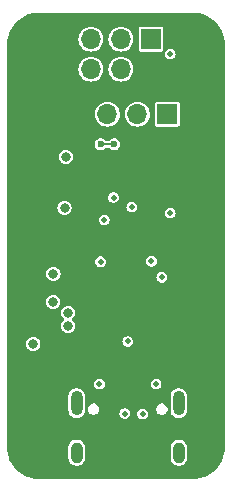
<source format=gbr>
%TF.GenerationSoftware,KiCad,Pcbnew,8.0.7*%
%TF.CreationDate,2024-12-24T16:41:45+01:00*%
%TF.ProjectId,USB2UART_PROG,55534232-5541-4525-945f-50524f472e6b,rev?*%
%TF.SameCoordinates,Original*%
%TF.FileFunction,Copper,L2,Inr*%
%TF.FilePolarity,Positive*%
%FSLAX46Y46*%
G04 Gerber Fmt 4.6, Leading zero omitted, Abs format (unit mm)*
G04 Created by KiCad (PCBNEW 8.0.7) date 2024-12-24 16:41:45*
%MOMM*%
%LPD*%
G01*
G04 APERTURE LIST*
%TA.AperFunction,ComponentPad*%
%ADD10R,1.700000X1.700000*%
%TD*%
%TA.AperFunction,ComponentPad*%
%ADD11O,1.700000X1.700000*%
%TD*%
%TA.AperFunction,ComponentPad*%
%ADD12O,1.000000X2.100000*%
%TD*%
%TA.AperFunction,ComponentPad*%
%ADD13O,1.000000X1.800000*%
%TD*%
%TA.AperFunction,ViaPad*%
%ADD14C,0.500000*%
%TD*%
%TA.AperFunction,ViaPad*%
%ADD15C,0.800000*%
%TD*%
%TA.AperFunction,ViaPad*%
%ADD16C,0.600000*%
%TD*%
%TA.AperFunction,Conductor*%
%ADD17C,0.200000*%
%TD*%
G04 APERTURE END LIST*
D10*
%TO.N,+5V*%
%TO.C,J2*%
X141849000Y-69850000D03*
D11*
%TO.N,/RXD*%
X139309000Y-69850000D03*
%TO.N,/TXD*%
X136769000Y-69850000D03*
%TO.N,GND*%
X134229000Y-69850000D03*
%TD*%
D10*
%TO.N,Net-(J3-Pin_1)*%
%TO.C,J3*%
X140462000Y-63500000D03*
D11*
%TO.N,GND*%
X140462000Y-66040000D03*
%TO.N,+3V3*%
X137922000Y-63500000D03*
X137922000Y-66040000D03*
%TO.N,/TXD*%
X135382000Y-63500000D03*
%TO.N,/RXD*%
X135382000Y-66040000D03*
%TD*%
D12*
%TO.N,Net-(J1-SHELL_GND)*%
%TO.C,J1*%
X134180000Y-94320000D03*
X142820000Y-94320000D03*
D13*
X134180000Y-98500000D03*
X142820000Y-98500000D03*
%TD*%
D14*
%TO.N,GND*%
X144576800Y-79095600D03*
X145288000Y-70916800D03*
X144576800Y-80670400D03*
D15*
X138500000Y-80387500D03*
D14*
X143560800Y-91338400D03*
X136702800Y-91186000D03*
D15*
X129082800Y-77368400D03*
D14*
X145288000Y-98094800D03*
D15*
X129895600Y-85648800D03*
X134924800Y-79095600D03*
D14*
X138500000Y-90800000D03*
X129082800Y-82346800D03*
X140157200Y-78435200D03*
D15*
X129082800Y-73914000D03*
D14*
X130962400Y-95351600D03*
X136194800Y-88646000D03*
X132384800Y-99161600D03*
X141732000Y-92760800D03*
X141782800Y-85496400D03*
X140766800Y-88595200D03*
X134721600Y-92952800D03*
X130860800Y-99110800D03*
X144526000Y-82245200D03*
%TO.N,+5V*%
X138500000Y-89100000D03*
D15*
X130505200Y-89306400D03*
X133451600Y-87782400D03*
D14*
X142087600Y-78232000D03*
D15*
X133451600Y-86664800D03*
D14*
%TO.N,Net-(U1-3V3OUT)*%
X140500000Y-82300000D03*
X136500000Y-78800000D03*
%TO.N,/VBUS*%
X136100000Y-92700000D03*
X140900000Y-92700000D03*
D15*
%TO.N,+3V3*%
X133146800Y-77774800D03*
X132181600Y-85750400D03*
D14*
X142087600Y-64770000D03*
D15*
X132200000Y-83362800D03*
X133248400Y-73456800D03*
D16*
%TO.N,/RXD*%
X137346500Y-72390000D03*
X136191500Y-72390000D03*
D14*
%TO.N,Net-(U1-CBUS2)*%
X136194800Y-82346800D03*
X137296500Y-76911200D03*
%TO.N,Net-(U1-CBUS3)*%
X138836400Y-77724000D03*
X141376400Y-83667600D03*
%TO.N,/D_P*%
X138250000Y-95200000D03*
X139750000Y-95250000D03*
%TD*%
D17*
%TO.N,/RXD*%
X136191500Y-72390000D02*
X137346500Y-72390000D01*
%TD*%
%TA.AperFunction,Conductor*%
%TO.N,GND*%
G36*
X144002777Y-61250655D02*
G01*
X144302297Y-61267476D01*
X144313324Y-61268718D01*
X144606350Y-61318506D01*
X144617144Y-61320969D01*
X144902765Y-61403255D01*
X144913236Y-61406919D01*
X145066540Y-61470420D01*
X145187828Y-61520659D01*
X145197830Y-61525476D01*
X145457953Y-61669241D01*
X145467353Y-61675147D01*
X145709750Y-61847136D01*
X145718427Y-61854056D01*
X145940052Y-62052112D01*
X145947887Y-62059947D01*
X146145941Y-62281569D01*
X146152863Y-62290249D01*
X146324852Y-62532646D01*
X146330758Y-62542046D01*
X146474523Y-62802169D01*
X146479340Y-62812171D01*
X146593078Y-63086759D01*
X146596745Y-63097238D01*
X146679026Y-63382840D01*
X146681496Y-63393664D01*
X146731280Y-63686673D01*
X146732523Y-63697705D01*
X146749344Y-63997222D01*
X146749500Y-64002773D01*
X146749500Y-97997226D01*
X146749344Y-98002777D01*
X146732523Y-98302294D01*
X146731280Y-98313326D01*
X146681496Y-98606335D01*
X146679026Y-98617159D01*
X146596745Y-98902761D01*
X146593078Y-98913240D01*
X146479340Y-99187828D01*
X146474523Y-99197830D01*
X146330758Y-99457953D01*
X146324852Y-99467353D01*
X146152863Y-99709750D01*
X146145941Y-99718430D01*
X145947895Y-99940044D01*
X145940044Y-99947895D01*
X145718430Y-100145941D01*
X145709750Y-100152863D01*
X145467353Y-100324852D01*
X145457953Y-100330758D01*
X145197830Y-100474523D01*
X145187828Y-100479340D01*
X144913240Y-100593078D01*
X144902761Y-100596745D01*
X144617159Y-100679026D01*
X144606335Y-100681496D01*
X144313326Y-100731280D01*
X144302294Y-100732523D01*
X144002778Y-100749344D01*
X143997227Y-100749500D01*
X131002773Y-100749500D01*
X130997222Y-100749344D01*
X130697705Y-100732523D01*
X130686673Y-100731280D01*
X130393664Y-100681496D01*
X130382840Y-100679026D01*
X130097238Y-100596745D01*
X130086759Y-100593078D01*
X129812171Y-100479340D01*
X129802169Y-100474523D01*
X129542046Y-100330758D01*
X129532646Y-100324852D01*
X129290249Y-100152863D01*
X129281569Y-100145941D01*
X129172435Y-100048413D01*
X129059947Y-99947887D01*
X129052112Y-99940052D01*
X128854056Y-99718427D01*
X128847136Y-99709750D01*
X128675147Y-99467353D01*
X128669241Y-99457953D01*
X128525476Y-99197830D01*
X128520659Y-99187828D01*
X128486072Y-99104327D01*
X128406919Y-98913236D01*
X128403254Y-98902761D01*
X128320969Y-98617144D01*
X128318506Y-98606350D01*
X128268718Y-98313324D01*
X128267476Y-98302294D01*
X128260066Y-98170351D01*
X128252241Y-98031004D01*
X133479500Y-98031004D01*
X133479500Y-98968995D01*
X133506420Y-99104327D01*
X133506420Y-99104329D01*
X133559222Y-99231806D01*
X133559228Y-99231817D01*
X133635885Y-99346541D01*
X133733458Y-99444114D01*
X133848182Y-99520771D01*
X133848193Y-99520777D01*
X133895283Y-99540282D01*
X133975672Y-99573580D01*
X134111007Y-99600500D01*
X134111008Y-99600500D01*
X134248992Y-99600500D01*
X134248993Y-99600500D01*
X134384328Y-99573580D01*
X134511811Y-99520775D01*
X134626542Y-99444114D01*
X134724114Y-99346542D01*
X134800775Y-99231811D01*
X134853580Y-99104328D01*
X134880500Y-98968993D01*
X134880500Y-98031007D01*
X134880499Y-98031004D01*
X142119500Y-98031004D01*
X142119500Y-98968995D01*
X142146420Y-99104327D01*
X142146420Y-99104329D01*
X142199222Y-99231806D01*
X142199228Y-99231817D01*
X142275885Y-99346541D01*
X142373458Y-99444114D01*
X142488182Y-99520771D01*
X142488193Y-99520777D01*
X142535283Y-99540282D01*
X142615672Y-99573580D01*
X142751007Y-99600500D01*
X142751008Y-99600500D01*
X142888992Y-99600500D01*
X142888993Y-99600500D01*
X143024328Y-99573580D01*
X143151811Y-99520775D01*
X143266542Y-99444114D01*
X143364114Y-99346542D01*
X143440775Y-99231811D01*
X143493580Y-99104328D01*
X143520500Y-98968993D01*
X143520500Y-98031007D01*
X143493580Y-97895672D01*
X143440775Y-97768189D01*
X143440774Y-97768187D01*
X143440771Y-97768182D01*
X143364114Y-97653458D01*
X143266541Y-97555885D01*
X143151817Y-97479228D01*
X143151806Y-97479222D01*
X143024328Y-97426420D01*
X142888995Y-97399500D01*
X142888993Y-97399500D01*
X142751007Y-97399500D01*
X142751004Y-97399500D01*
X142615672Y-97426420D01*
X142615670Y-97426420D01*
X142488193Y-97479222D01*
X142488182Y-97479228D01*
X142373458Y-97555885D01*
X142275885Y-97653458D01*
X142199228Y-97768182D01*
X142199222Y-97768193D01*
X142146420Y-97895670D01*
X142146420Y-97895672D01*
X142119500Y-98031004D01*
X134880499Y-98031004D01*
X134853580Y-97895672D01*
X134800775Y-97768189D01*
X134800774Y-97768187D01*
X134800771Y-97768182D01*
X134724114Y-97653458D01*
X134626541Y-97555885D01*
X134511817Y-97479228D01*
X134511806Y-97479222D01*
X134384328Y-97426420D01*
X134248995Y-97399500D01*
X134248993Y-97399500D01*
X134111007Y-97399500D01*
X134111004Y-97399500D01*
X133975672Y-97426420D01*
X133975670Y-97426420D01*
X133848193Y-97479222D01*
X133848182Y-97479228D01*
X133733458Y-97555885D01*
X133635885Y-97653458D01*
X133559228Y-97768182D01*
X133559222Y-97768193D01*
X133506420Y-97895670D01*
X133506420Y-97895672D01*
X133479500Y-98031004D01*
X128252241Y-98031004D01*
X128250656Y-98002777D01*
X128250500Y-97997226D01*
X128250500Y-93701004D01*
X133479500Y-93701004D01*
X133479500Y-94938995D01*
X133506420Y-95074327D01*
X133506420Y-95074329D01*
X133559222Y-95201806D01*
X133559228Y-95201817D01*
X133635885Y-95316541D01*
X133733458Y-95414114D01*
X133848182Y-95490771D01*
X133848193Y-95490777D01*
X133860955Y-95496063D01*
X133975672Y-95543580D01*
X134111007Y-95570500D01*
X134111008Y-95570500D01*
X134248992Y-95570500D01*
X134248993Y-95570500D01*
X134384328Y-95543580D01*
X134511811Y-95490775D01*
X134626542Y-95414114D01*
X134724114Y-95316542D01*
X134800775Y-95201811D01*
X134853580Y-95074328D01*
X134880500Y-94938993D01*
X134880500Y-94757399D01*
X135134500Y-94757399D01*
X135134500Y-94882601D01*
X135166905Y-95003536D01*
X135229505Y-95111964D01*
X135318036Y-95200495D01*
X135426464Y-95263095D01*
X135547399Y-95295500D01*
X135547401Y-95295500D01*
X135672599Y-95295500D01*
X135672601Y-95295500D01*
X135793536Y-95263095D01*
X135901964Y-95200495D01*
X135902462Y-95199997D01*
X137794867Y-95199997D01*
X137794867Y-95200002D01*
X137813302Y-95328225D01*
X137852527Y-95414114D01*
X137867118Y-95446063D01*
X137910441Y-95496061D01*
X137951952Y-95543968D01*
X138029754Y-95593968D01*
X138060931Y-95614004D01*
X138185228Y-95650500D01*
X138185230Y-95650500D01*
X138314770Y-95650500D01*
X138314772Y-95650500D01*
X138439069Y-95614004D01*
X138548049Y-95543967D01*
X138632882Y-95446063D01*
X138686697Y-95328226D01*
X138697945Y-95249997D01*
X139294867Y-95249997D01*
X139294867Y-95250002D01*
X139313302Y-95378225D01*
X139344283Y-95446063D01*
X139367118Y-95496063D01*
X139431616Y-95570499D01*
X139451952Y-95593968D01*
X139539918Y-95650500D01*
X139560931Y-95664004D01*
X139685228Y-95700500D01*
X139685230Y-95700500D01*
X139814770Y-95700500D01*
X139814772Y-95700500D01*
X139939069Y-95664004D01*
X140048049Y-95593967D01*
X140132882Y-95496063D01*
X140186697Y-95378226D01*
X140203250Y-95263095D01*
X140205133Y-95250002D01*
X140205133Y-95249997D01*
X140186697Y-95121774D01*
X140132882Y-95003938D01*
X140132882Y-95003937D01*
X140048049Y-94906033D01*
X140048048Y-94906032D01*
X140048047Y-94906031D01*
X139939073Y-94835998D01*
X139939070Y-94835996D01*
X139939069Y-94835996D01*
X139939066Y-94835995D01*
X139814774Y-94799500D01*
X139814772Y-94799500D01*
X139685228Y-94799500D01*
X139685225Y-94799500D01*
X139560933Y-94835995D01*
X139560926Y-94835998D01*
X139451952Y-94906031D01*
X139367117Y-95003938D01*
X139313302Y-95121774D01*
X139294867Y-95249997D01*
X138697945Y-95249997D01*
X138704873Y-95201811D01*
X138705133Y-95200002D01*
X138705133Y-95199997D01*
X138686697Y-95071774D01*
X138655717Y-95003938D01*
X138632882Y-94953937D01*
X138548049Y-94856033D01*
X138548048Y-94856032D01*
X138548047Y-94856031D01*
X138439073Y-94785998D01*
X138439070Y-94785996D01*
X138439069Y-94785996D01*
X138439066Y-94785995D01*
X138341676Y-94757399D01*
X140914500Y-94757399D01*
X140914500Y-94882601D01*
X140946905Y-95003536D01*
X141009505Y-95111964D01*
X141098036Y-95200495D01*
X141206464Y-95263095D01*
X141327399Y-95295500D01*
X141327401Y-95295500D01*
X141452599Y-95295500D01*
X141452601Y-95295500D01*
X141573536Y-95263095D01*
X141681964Y-95200495D01*
X141770495Y-95111964D01*
X141833095Y-95003536D01*
X141865500Y-94882601D01*
X141865500Y-94757399D01*
X141833095Y-94636464D01*
X141770495Y-94528036D01*
X141681964Y-94439505D01*
X141573536Y-94376905D01*
X141452601Y-94344500D01*
X141327399Y-94344500D01*
X141246775Y-94366103D01*
X141206463Y-94376905D01*
X141098036Y-94439505D01*
X141009505Y-94528036D01*
X140946905Y-94636463D01*
X140946905Y-94636464D01*
X140914500Y-94757399D01*
X138341676Y-94757399D01*
X138314774Y-94749500D01*
X138314772Y-94749500D01*
X138185228Y-94749500D01*
X138185225Y-94749500D01*
X138060933Y-94785995D01*
X138060926Y-94785998D01*
X137951952Y-94856031D01*
X137867117Y-94953938D01*
X137813302Y-95071774D01*
X137794867Y-95199997D01*
X135902462Y-95199997D01*
X135990495Y-95111964D01*
X136053095Y-95003536D01*
X136085500Y-94882601D01*
X136085500Y-94757399D01*
X136053095Y-94636464D01*
X135990495Y-94528036D01*
X135901964Y-94439505D01*
X135793536Y-94376905D01*
X135672601Y-94344500D01*
X135547399Y-94344500D01*
X135466775Y-94366103D01*
X135426463Y-94376905D01*
X135318036Y-94439505D01*
X135229505Y-94528036D01*
X135166905Y-94636463D01*
X135166905Y-94636464D01*
X135134500Y-94757399D01*
X134880500Y-94757399D01*
X134880500Y-93701007D01*
X134880499Y-93701004D01*
X142119500Y-93701004D01*
X142119500Y-94938995D01*
X142146420Y-95074327D01*
X142146420Y-95074329D01*
X142199222Y-95201806D01*
X142199228Y-95201817D01*
X142275885Y-95316541D01*
X142373458Y-95414114D01*
X142488182Y-95490771D01*
X142488193Y-95490777D01*
X142500955Y-95496063D01*
X142615672Y-95543580D01*
X142751007Y-95570500D01*
X142751008Y-95570500D01*
X142888992Y-95570500D01*
X142888993Y-95570500D01*
X143024328Y-95543580D01*
X143151811Y-95490775D01*
X143266542Y-95414114D01*
X143364114Y-95316542D01*
X143440775Y-95201811D01*
X143493580Y-95074328D01*
X143520500Y-94938993D01*
X143520500Y-93701007D01*
X143493580Y-93565672D01*
X143440775Y-93438189D01*
X143440774Y-93438187D01*
X143440771Y-93438182D01*
X143364114Y-93323458D01*
X143266541Y-93225885D01*
X143151817Y-93149228D01*
X143151806Y-93149222D01*
X143024328Y-93096420D01*
X142888995Y-93069500D01*
X142888993Y-93069500D01*
X142751007Y-93069500D01*
X142751004Y-93069500D01*
X142615672Y-93096420D01*
X142615670Y-93096420D01*
X142488193Y-93149222D01*
X142488182Y-93149228D01*
X142373458Y-93225885D01*
X142275885Y-93323458D01*
X142199228Y-93438182D01*
X142199222Y-93438193D01*
X142146420Y-93565670D01*
X142146420Y-93565672D01*
X142119500Y-93701004D01*
X134880499Y-93701004D01*
X134853580Y-93565672D01*
X134800775Y-93438189D01*
X134800774Y-93438187D01*
X134800771Y-93438182D01*
X134724114Y-93323458D01*
X134626541Y-93225885D01*
X134511817Y-93149228D01*
X134511806Y-93149222D01*
X134384328Y-93096420D01*
X134248995Y-93069500D01*
X134248993Y-93069500D01*
X134111007Y-93069500D01*
X134111004Y-93069500D01*
X133975672Y-93096420D01*
X133975670Y-93096420D01*
X133848193Y-93149222D01*
X133848182Y-93149228D01*
X133733458Y-93225885D01*
X133635885Y-93323458D01*
X133559228Y-93438182D01*
X133559222Y-93438193D01*
X133506420Y-93565670D01*
X133506420Y-93565672D01*
X133479500Y-93701004D01*
X128250500Y-93701004D01*
X128250500Y-92699997D01*
X135644867Y-92699997D01*
X135644867Y-92700002D01*
X135663302Y-92828225D01*
X135717117Y-92946061D01*
X135717118Y-92946063D01*
X135801951Y-93043967D01*
X135801952Y-93043968D01*
X135910926Y-93114001D01*
X135910931Y-93114004D01*
X136035228Y-93150500D01*
X136035230Y-93150500D01*
X136164770Y-93150500D01*
X136164772Y-93150500D01*
X136289069Y-93114004D01*
X136398049Y-93043967D01*
X136482882Y-92946063D01*
X136536697Y-92828226D01*
X136555133Y-92700000D01*
X136555133Y-92699997D01*
X140444867Y-92699997D01*
X140444867Y-92700002D01*
X140463302Y-92828225D01*
X140517117Y-92946061D01*
X140517118Y-92946063D01*
X140601951Y-93043967D01*
X140601952Y-93043968D01*
X140710926Y-93114001D01*
X140710931Y-93114004D01*
X140835228Y-93150500D01*
X140835230Y-93150500D01*
X140964770Y-93150500D01*
X140964772Y-93150500D01*
X141089069Y-93114004D01*
X141198049Y-93043967D01*
X141282882Y-92946063D01*
X141336697Y-92828226D01*
X141355133Y-92700000D01*
X141336697Y-92571774D01*
X141282882Y-92453937D01*
X141198049Y-92356033D01*
X141198048Y-92356032D01*
X141198047Y-92356031D01*
X141089073Y-92285998D01*
X141089070Y-92285996D01*
X141089069Y-92285996D01*
X141089066Y-92285995D01*
X140964774Y-92249500D01*
X140964772Y-92249500D01*
X140835228Y-92249500D01*
X140835225Y-92249500D01*
X140710933Y-92285995D01*
X140710926Y-92285998D01*
X140601952Y-92356031D01*
X140517117Y-92453938D01*
X140463302Y-92571774D01*
X140444867Y-92699997D01*
X136555133Y-92699997D01*
X136536697Y-92571774D01*
X136482882Y-92453937D01*
X136398049Y-92356033D01*
X136398048Y-92356032D01*
X136398047Y-92356031D01*
X136289073Y-92285998D01*
X136289070Y-92285996D01*
X136289069Y-92285996D01*
X136289066Y-92285995D01*
X136164774Y-92249500D01*
X136164772Y-92249500D01*
X136035228Y-92249500D01*
X136035225Y-92249500D01*
X135910933Y-92285995D01*
X135910926Y-92285998D01*
X135801952Y-92356031D01*
X135717117Y-92453938D01*
X135663302Y-92571774D01*
X135644867Y-92699997D01*
X128250500Y-92699997D01*
X128250500Y-89306399D01*
X129899518Y-89306399D01*
X129899518Y-89306400D01*
X129920155Y-89463158D01*
X129920157Y-89463166D01*
X129980662Y-89609238D01*
X129980662Y-89609239D01*
X129980664Y-89609241D01*
X130076918Y-89734682D01*
X130202359Y-89830936D01*
X130348438Y-89891444D01*
X130466009Y-89906922D01*
X130505199Y-89912082D01*
X130505200Y-89912082D01*
X130505201Y-89912082D01*
X130536552Y-89907954D01*
X130661962Y-89891444D01*
X130808041Y-89830936D01*
X130933482Y-89734682D01*
X131029736Y-89609241D01*
X131090244Y-89463162D01*
X131110882Y-89306400D01*
X131090244Y-89149638D01*
X131069682Y-89099997D01*
X138044867Y-89099997D01*
X138044867Y-89100002D01*
X138063302Y-89228225D01*
X138099004Y-89306399D01*
X138117118Y-89346063D01*
X138201951Y-89443967D01*
X138201952Y-89443968D01*
X138231819Y-89463162D01*
X138310931Y-89514004D01*
X138435228Y-89550500D01*
X138435230Y-89550500D01*
X138564770Y-89550500D01*
X138564772Y-89550500D01*
X138689069Y-89514004D01*
X138798049Y-89443967D01*
X138882882Y-89346063D01*
X138936697Y-89228226D01*
X138955133Y-89100000D01*
X138936697Y-88971774D01*
X138882882Y-88853937D01*
X138798049Y-88756033D01*
X138798048Y-88756032D01*
X138798047Y-88756031D01*
X138689073Y-88685998D01*
X138689070Y-88685996D01*
X138689069Y-88685996D01*
X138689066Y-88685995D01*
X138564774Y-88649500D01*
X138564772Y-88649500D01*
X138435228Y-88649500D01*
X138435225Y-88649500D01*
X138310933Y-88685995D01*
X138310926Y-88685998D01*
X138201952Y-88756031D01*
X138117117Y-88853938D01*
X138063302Y-88971774D01*
X138044867Y-89099997D01*
X131069682Y-89099997D01*
X131029737Y-89003561D01*
X131029737Y-89003560D01*
X130933486Y-88878123D01*
X130933485Y-88878122D01*
X130933482Y-88878118D01*
X130933477Y-88878114D01*
X130933476Y-88878113D01*
X130808038Y-88781862D01*
X130661966Y-88721357D01*
X130661958Y-88721355D01*
X130505201Y-88700718D01*
X130505199Y-88700718D01*
X130348441Y-88721355D01*
X130348433Y-88721357D01*
X130202361Y-88781862D01*
X130202360Y-88781862D01*
X130076923Y-88878113D01*
X130076913Y-88878123D01*
X129980662Y-89003560D01*
X129980662Y-89003561D01*
X129920157Y-89149633D01*
X129920155Y-89149641D01*
X129899518Y-89306399D01*
X128250500Y-89306399D01*
X128250500Y-86664799D01*
X132845918Y-86664799D01*
X132845918Y-86664800D01*
X132866555Y-86821558D01*
X132866557Y-86821566D01*
X132927062Y-86967638D01*
X132927062Y-86967639D01*
X132927064Y-86967641D01*
X133023318Y-87093082D01*
X133023322Y-87093085D01*
X133023323Y-87093086D01*
X133091054Y-87145058D01*
X133125710Y-87195483D01*
X133124108Y-87256647D01*
X133091054Y-87302142D01*
X133023323Y-87354113D01*
X133023313Y-87354123D01*
X132927062Y-87479560D01*
X132927062Y-87479561D01*
X132866557Y-87625633D01*
X132866555Y-87625641D01*
X132845918Y-87782399D01*
X132845918Y-87782400D01*
X132866555Y-87939158D01*
X132866557Y-87939166D01*
X132927062Y-88085238D01*
X132927062Y-88085239D01*
X132927064Y-88085241D01*
X133023318Y-88210682D01*
X133148759Y-88306936D01*
X133294838Y-88367444D01*
X133412409Y-88382922D01*
X133451599Y-88388082D01*
X133451600Y-88388082D01*
X133451601Y-88388082D01*
X133482952Y-88383954D01*
X133608362Y-88367444D01*
X133754441Y-88306936D01*
X133879882Y-88210682D01*
X133976136Y-88085241D01*
X134036644Y-87939162D01*
X134057282Y-87782400D01*
X134036644Y-87625638D01*
X133976137Y-87479561D01*
X133976137Y-87479560D01*
X133879886Y-87354123D01*
X133879885Y-87354122D01*
X133879882Y-87354118D01*
X133879875Y-87354113D01*
X133812145Y-87302142D01*
X133777489Y-87251718D01*
X133779090Y-87190554D01*
X133812145Y-87145058D01*
X133879882Y-87093082D01*
X133976136Y-86967641D01*
X134036644Y-86821562D01*
X134057282Y-86664800D01*
X134036644Y-86508038D01*
X133976137Y-86361961D01*
X133976137Y-86361960D01*
X133879886Y-86236523D01*
X133879885Y-86236522D01*
X133879882Y-86236518D01*
X133879877Y-86236514D01*
X133879876Y-86236513D01*
X133754438Y-86140262D01*
X133608366Y-86079757D01*
X133608358Y-86079755D01*
X133451601Y-86059118D01*
X133451599Y-86059118D01*
X133294841Y-86079755D01*
X133294833Y-86079757D01*
X133148761Y-86140262D01*
X133148760Y-86140262D01*
X133023323Y-86236513D01*
X133023313Y-86236523D01*
X132927062Y-86361960D01*
X132927062Y-86361961D01*
X132866557Y-86508033D01*
X132866555Y-86508041D01*
X132845918Y-86664799D01*
X128250500Y-86664799D01*
X128250500Y-85750399D01*
X131575918Y-85750399D01*
X131575918Y-85750400D01*
X131596555Y-85907158D01*
X131596557Y-85907166D01*
X131657062Y-86053238D01*
X131657062Y-86053239D01*
X131753313Y-86178676D01*
X131753318Y-86178682D01*
X131878759Y-86274936D01*
X132024838Y-86335444D01*
X132142409Y-86350922D01*
X132181599Y-86356082D01*
X132181600Y-86356082D01*
X132181601Y-86356082D01*
X132212952Y-86351954D01*
X132338362Y-86335444D01*
X132484441Y-86274936D01*
X132609882Y-86178682D01*
X132706136Y-86053241D01*
X132766644Y-85907162D01*
X132787282Y-85750400D01*
X132766644Y-85593638D01*
X132706137Y-85447561D01*
X132706137Y-85447560D01*
X132609886Y-85322123D01*
X132609885Y-85322122D01*
X132609882Y-85322118D01*
X132609877Y-85322114D01*
X132609876Y-85322113D01*
X132484438Y-85225862D01*
X132338366Y-85165357D01*
X132338358Y-85165355D01*
X132181601Y-85144718D01*
X132181599Y-85144718D01*
X132024841Y-85165355D01*
X132024833Y-85165357D01*
X131878761Y-85225862D01*
X131878760Y-85225862D01*
X131753323Y-85322113D01*
X131753313Y-85322123D01*
X131657062Y-85447560D01*
X131657062Y-85447561D01*
X131596557Y-85593633D01*
X131596555Y-85593641D01*
X131575918Y-85750399D01*
X128250500Y-85750399D01*
X128250500Y-83362799D01*
X131594318Y-83362799D01*
X131594318Y-83362800D01*
X131614955Y-83519558D01*
X131614957Y-83519566D01*
X131675462Y-83665638D01*
X131675462Y-83665639D01*
X131771713Y-83791076D01*
X131771718Y-83791082D01*
X131771722Y-83791085D01*
X131771723Y-83791086D01*
X131801082Y-83813613D01*
X131897159Y-83887336D01*
X132043238Y-83947844D01*
X132160809Y-83963322D01*
X132199999Y-83968482D01*
X132200000Y-83968482D01*
X132200001Y-83968482D01*
X132231352Y-83964354D01*
X132356762Y-83947844D01*
X132502841Y-83887336D01*
X132628282Y-83791082D01*
X132723035Y-83667597D01*
X140921267Y-83667597D01*
X140921267Y-83667602D01*
X140939702Y-83795825D01*
X140981495Y-83887336D01*
X140993518Y-83913663D01*
X141078351Y-84011567D01*
X141078352Y-84011568D01*
X141187326Y-84081601D01*
X141187331Y-84081604D01*
X141311628Y-84118100D01*
X141311630Y-84118100D01*
X141441170Y-84118100D01*
X141441172Y-84118100D01*
X141565469Y-84081604D01*
X141674449Y-84011567D01*
X141759282Y-83913663D01*
X141813097Y-83795826D01*
X141831533Y-83667600D01*
X141831251Y-83665641D01*
X141813097Y-83539374D01*
X141759282Y-83421538D01*
X141759282Y-83421537D01*
X141674449Y-83323633D01*
X141674448Y-83323632D01*
X141674447Y-83323631D01*
X141565473Y-83253598D01*
X141565470Y-83253596D01*
X141565469Y-83253596D01*
X141565466Y-83253595D01*
X141441174Y-83217100D01*
X141441172Y-83217100D01*
X141311628Y-83217100D01*
X141311625Y-83217100D01*
X141187333Y-83253595D01*
X141187326Y-83253598D01*
X141078352Y-83323631D01*
X140993517Y-83421538D01*
X140939702Y-83539374D01*
X140921267Y-83667597D01*
X132723035Y-83667597D01*
X132724536Y-83665641D01*
X132785044Y-83519562D01*
X132805682Y-83362800D01*
X132785044Y-83206038D01*
X132724537Y-83059961D01*
X132724537Y-83059960D01*
X132628286Y-82934523D01*
X132628285Y-82934522D01*
X132628282Y-82934518D01*
X132628277Y-82934514D01*
X132628276Y-82934513D01*
X132502838Y-82838262D01*
X132356766Y-82777757D01*
X132356758Y-82777755D01*
X132200001Y-82757118D01*
X132199999Y-82757118D01*
X132043241Y-82777755D01*
X132043233Y-82777757D01*
X131897161Y-82838262D01*
X131897160Y-82838262D01*
X131771723Y-82934513D01*
X131771713Y-82934523D01*
X131675462Y-83059960D01*
X131675462Y-83059961D01*
X131614957Y-83206033D01*
X131614955Y-83206041D01*
X131594318Y-83362799D01*
X128250500Y-83362799D01*
X128250500Y-82346797D01*
X135739667Y-82346797D01*
X135739667Y-82346802D01*
X135758102Y-82475025D01*
X135790544Y-82546061D01*
X135811918Y-82592863D01*
X135856200Y-82643968D01*
X135896752Y-82690768D01*
X135999995Y-82757118D01*
X136005731Y-82760804D01*
X136130028Y-82797300D01*
X136130030Y-82797300D01*
X136259570Y-82797300D01*
X136259572Y-82797300D01*
X136383869Y-82760804D01*
X136492849Y-82690767D01*
X136577682Y-82592863D01*
X136631497Y-82475026D01*
X136649933Y-82346800D01*
X136643204Y-82299997D01*
X140044867Y-82299997D01*
X140044867Y-82300002D01*
X140063302Y-82428225D01*
X140084676Y-82475026D01*
X140117118Y-82546063D01*
X140157670Y-82592863D01*
X140201952Y-82643968D01*
X140274773Y-82690767D01*
X140310931Y-82714004D01*
X140435228Y-82750500D01*
X140435230Y-82750500D01*
X140564770Y-82750500D01*
X140564772Y-82750500D01*
X140689069Y-82714004D01*
X140798049Y-82643967D01*
X140882882Y-82546063D01*
X140936697Y-82428226D01*
X140955133Y-82300000D01*
X140936697Y-82171774D01*
X140882882Y-82053937D01*
X140798049Y-81956033D01*
X140798048Y-81956032D01*
X140798047Y-81956031D01*
X140689073Y-81885998D01*
X140689070Y-81885996D01*
X140689069Y-81885996D01*
X140689066Y-81885995D01*
X140564774Y-81849500D01*
X140564772Y-81849500D01*
X140435228Y-81849500D01*
X140435225Y-81849500D01*
X140310933Y-81885995D01*
X140310926Y-81885998D01*
X140201952Y-81956031D01*
X140117117Y-82053938D01*
X140063302Y-82171774D01*
X140044867Y-82299997D01*
X136643204Y-82299997D01*
X136631497Y-82218574D01*
X136577682Y-82100737D01*
X136492849Y-82002833D01*
X136492848Y-82002832D01*
X136492847Y-82002831D01*
X136383873Y-81932798D01*
X136383870Y-81932796D01*
X136383869Y-81932796D01*
X136383866Y-81932795D01*
X136259574Y-81896300D01*
X136259572Y-81896300D01*
X136130028Y-81896300D01*
X136130025Y-81896300D01*
X136005733Y-81932795D01*
X136005726Y-81932798D01*
X135896752Y-82002831D01*
X135811917Y-82100738D01*
X135758102Y-82218574D01*
X135739667Y-82346797D01*
X128250500Y-82346797D01*
X128250500Y-78799997D01*
X136044867Y-78799997D01*
X136044867Y-78800002D01*
X136063302Y-78928225D01*
X136117117Y-79046061D01*
X136117118Y-79046063D01*
X136201951Y-79143967D01*
X136201952Y-79143968D01*
X136310926Y-79214001D01*
X136310931Y-79214004D01*
X136435228Y-79250500D01*
X136435230Y-79250500D01*
X136564770Y-79250500D01*
X136564772Y-79250500D01*
X136689069Y-79214004D01*
X136798049Y-79143967D01*
X136882882Y-79046063D01*
X136936697Y-78928226D01*
X136955133Y-78800000D01*
X136936697Y-78671774D01*
X136882882Y-78553937D01*
X136798049Y-78456033D01*
X136798048Y-78456032D01*
X136798047Y-78456031D01*
X136689073Y-78385998D01*
X136689070Y-78385996D01*
X136689069Y-78385996D01*
X136670290Y-78380482D01*
X136564774Y-78349500D01*
X136564772Y-78349500D01*
X136435228Y-78349500D01*
X136435225Y-78349500D01*
X136310933Y-78385995D01*
X136310926Y-78385998D01*
X136201952Y-78456031D01*
X136117117Y-78553938D01*
X136063302Y-78671774D01*
X136044867Y-78799997D01*
X128250500Y-78799997D01*
X128250500Y-77774799D01*
X132541118Y-77774799D01*
X132541118Y-77774800D01*
X132561755Y-77931558D01*
X132561757Y-77931566D01*
X132622262Y-78077638D01*
X132622262Y-78077639D01*
X132696586Y-78174500D01*
X132718518Y-78203082D01*
X132843959Y-78299336D01*
X132990038Y-78359844D01*
X133107609Y-78375322D01*
X133146799Y-78380482D01*
X133146800Y-78380482D01*
X133146801Y-78380482D01*
X133178152Y-78376354D01*
X133303562Y-78359844D01*
X133449641Y-78299336D01*
X133537399Y-78231997D01*
X141632467Y-78231997D01*
X141632467Y-78232002D01*
X141650902Y-78360225D01*
X141694656Y-78456031D01*
X141704718Y-78478063D01*
X141770462Y-78553937D01*
X141789552Y-78575968D01*
X141898526Y-78646001D01*
X141898531Y-78646004D01*
X142022828Y-78682500D01*
X142022830Y-78682500D01*
X142152370Y-78682500D01*
X142152372Y-78682500D01*
X142276669Y-78646004D01*
X142385649Y-78575967D01*
X142470482Y-78478063D01*
X142524297Y-78360226D01*
X142530442Y-78317484D01*
X142542733Y-78232002D01*
X142542733Y-78231997D01*
X142524297Y-78103774D01*
X142470482Y-77985938D01*
X142470482Y-77985937D01*
X142385649Y-77888033D01*
X142385648Y-77888032D01*
X142385647Y-77888031D01*
X142276673Y-77817998D01*
X142276670Y-77817996D01*
X142276669Y-77817996D01*
X142276666Y-77817995D01*
X142152374Y-77781500D01*
X142152372Y-77781500D01*
X142022828Y-77781500D01*
X142022825Y-77781500D01*
X141898533Y-77817995D01*
X141898526Y-77817998D01*
X141789552Y-77888031D01*
X141704717Y-77985938D01*
X141650902Y-78103774D01*
X141632467Y-78231997D01*
X133537399Y-78231997D01*
X133575082Y-78203082D01*
X133671336Y-78077641D01*
X133731844Y-77931562D01*
X133752482Y-77774800D01*
X133745794Y-77723997D01*
X138381267Y-77723997D01*
X138381267Y-77724002D01*
X138399702Y-77852225D01*
X138435933Y-77931558D01*
X138453518Y-77970063D01*
X138467273Y-77985937D01*
X138538352Y-78067968D01*
X138647326Y-78138001D01*
X138647331Y-78138004D01*
X138771628Y-78174500D01*
X138771630Y-78174500D01*
X138901170Y-78174500D01*
X138901172Y-78174500D01*
X139025469Y-78138004D01*
X139134449Y-78067967D01*
X139219282Y-77970063D01*
X139273097Y-77852226D01*
X139291533Y-77724000D01*
X139276298Y-77618041D01*
X139273097Y-77595774D01*
X139219282Y-77477938D01*
X139219282Y-77477937D01*
X139134449Y-77380033D01*
X139134448Y-77380032D01*
X139134447Y-77380031D01*
X139025473Y-77309998D01*
X139025470Y-77309996D01*
X139025469Y-77309996D01*
X139025466Y-77309995D01*
X138901174Y-77273500D01*
X138901172Y-77273500D01*
X138771628Y-77273500D01*
X138771625Y-77273500D01*
X138647333Y-77309995D01*
X138647326Y-77309998D01*
X138538352Y-77380031D01*
X138453517Y-77477938D01*
X138399702Y-77595774D01*
X138381267Y-77723997D01*
X133745794Y-77723997D01*
X133731844Y-77618038D01*
X133671337Y-77471961D01*
X133671337Y-77471960D01*
X133575086Y-77346523D01*
X133575085Y-77346522D01*
X133575082Y-77346518D01*
X133575077Y-77346514D01*
X133575076Y-77346513D01*
X133456032Y-77255168D01*
X133449641Y-77250264D01*
X133449640Y-77250263D01*
X133449638Y-77250262D01*
X133303566Y-77189757D01*
X133303558Y-77189755D01*
X133146801Y-77169118D01*
X133146799Y-77169118D01*
X132990041Y-77189755D01*
X132990033Y-77189757D01*
X132843961Y-77250262D01*
X132843960Y-77250262D01*
X132718523Y-77346513D01*
X132718513Y-77346523D01*
X132622262Y-77471960D01*
X132622262Y-77471961D01*
X132561757Y-77618033D01*
X132561755Y-77618041D01*
X132541118Y-77774799D01*
X128250500Y-77774799D01*
X128250500Y-76911197D01*
X136841367Y-76911197D01*
X136841367Y-76911202D01*
X136859802Y-77039425D01*
X136913617Y-77157261D01*
X136913618Y-77157263D01*
X136941773Y-77189756D01*
X136998452Y-77255168D01*
X137083770Y-77309998D01*
X137107431Y-77325204D01*
X137231728Y-77361700D01*
X137231730Y-77361700D01*
X137361270Y-77361700D01*
X137361272Y-77361700D01*
X137485569Y-77325204D01*
X137594549Y-77255167D01*
X137679382Y-77157263D01*
X137733197Y-77039426D01*
X137751633Y-76911200D01*
X137733197Y-76782974D01*
X137679382Y-76665137D01*
X137594549Y-76567233D01*
X137594548Y-76567232D01*
X137594547Y-76567231D01*
X137485573Y-76497198D01*
X137485570Y-76497196D01*
X137485569Y-76497196D01*
X137485566Y-76497195D01*
X137361274Y-76460700D01*
X137361272Y-76460700D01*
X137231728Y-76460700D01*
X137231725Y-76460700D01*
X137107433Y-76497195D01*
X137107426Y-76497198D01*
X136998452Y-76567231D01*
X136913617Y-76665138D01*
X136859802Y-76782974D01*
X136841367Y-76911197D01*
X128250500Y-76911197D01*
X128250500Y-73456799D01*
X132642718Y-73456799D01*
X132642718Y-73456800D01*
X132663355Y-73613558D01*
X132663357Y-73613566D01*
X132723862Y-73759638D01*
X132723862Y-73759639D01*
X132723864Y-73759641D01*
X132820118Y-73885082D01*
X132945559Y-73981336D01*
X133091638Y-74041844D01*
X133209209Y-74057322D01*
X133248399Y-74062482D01*
X133248400Y-74062482D01*
X133248401Y-74062482D01*
X133279752Y-74058354D01*
X133405162Y-74041844D01*
X133551241Y-73981336D01*
X133676682Y-73885082D01*
X133772936Y-73759641D01*
X133833444Y-73613562D01*
X133854082Y-73456800D01*
X133833444Y-73300038D01*
X133772937Y-73153961D01*
X133772937Y-73153960D01*
X133676686Y-73028523D01*
X133676685Y-73028522D01*
X133676682Y-73028518D01*
X133676677Y-73028514D01*
X133676676Y-73028513D01*
X133551238Y-72932262D01*
X133405166Y-72871757D01*
X133405158Y-72871755D01*
X133248401Y-72851118D01*
X133248399Y-72851118D01*
X133091641Y-72871755D01*
X133091633Y-72871757D01*
X132945561Y-72932262D01*
X132945560Y-72932262D01*
X132820123Y-73028513D01*
X132820113Y-73028523D01*
X132723862Y-73153960D01*
X132723862Y-73153961D01*
X132663357Y-73300033D01*
X132663355Y-73300041D01*
X132642718Y-73456799D01*
X128250500Y-73456799D01*
X128250500Y-72389997D01*
X135685853Y-72389997D01*
X135685853Y-72390002D01*
X135706334Y-72532456D01*
X135766122Y-72663371D01*
X135766123Y-72663373D01*
X135819236Y-72724669D01*
X135860373Y-72772144D01*
X135860375Y-72772145D01*
X135981447Y-72849953D01*
X136087903Y-72881211D01*
X136119535Y-72890499D01*
X136119536Y-72890499D01*
X136119539Y-72890500D01*
X136119541Y-72890500D01*
X136263459Y-72890500D01*
X136263461Y-72890500D01*
X136401553Y-72849953D01*
X136522628Y-72772143D01*
X136563764Y-72724668D01*
X136616160Y-72693073D01*
X136638583Y-72690500D01*
X136899417Y-72690500D01*
X136957608Y-72709407D01*
X136974233Y-72724667D01*
X137015372Y-72772143D01*
X137136447Y-72849953D01*
X137242903Y-72881211D01*
X137274535Y-72890499D01*
X137274536Y-72890499D01*
X137274539Y-72890500D01*
X137274541Y-72890500D01*
X137418459Y-72890500D01*
X137418461Y-72890500D01*
X137556553Y-72849953D01*
X137677628Y-72772143D01*
X137771877Y-72663373D01*
X137831665Y-72532457D01*
X137852147Y-72390000D01*
X137831665Y-72247543D01*
X137771877Y-72116627D01*
X137677628Y-72007857D01*
X137677627Y-72007856D01*
X137677626Y-72007855D01*
X137556557Y-71930049D01*
X137556554Y-71930047D01*
X137556553Y-71930047D01*
X137556550Y-71930046D01*
X137418464Y-71889500D01*
X137418461Y-71889500D01*
X137274539Y-71889500D01*
X137274535Y-71889500D01*
X137136449Y-71930046D01*
X137136442Y-71930049D01*
X137015376Y-72007854D01*
X137015371Y-72007858D01*
X136974236Y-72055331D01*
X136921840Y-72086927D01*
X136899417Y-72089500D01*
X136638583Y-72089500D01*
X136580392Y-72070593D01*
X136563764Y-72055331D01*
X136522628Y-72007857D01*
X136489682Y-71986684D01*
X136401557Y-71930049D01*
X136401554Y-71930047D01*
X136401553Y-71930047D01*
X136401550Y-71930046D01*
X136263464Y-71889500D01*
X136263461Y-71889500D01*
X136119539Y-71889500D01*
X136119535Y-71889500D01*
X135981449Y-71930046D01*
X135981442Y-71930049D01*
X135860373Y-72007855D01*
X135766122Y-72116628D01*
X135706334Y-72247543D01*
X135685853Y-72389997D01*
X128250500Y-72389997D01*
X128250500Y-69849996D01*
X135713417Y-69849996D01*
X135713417Y-69850003D01*
X135733698Y-70055929D01*
X135733699Y-70055934D01*
X135793768Y-70253954D01*
X135891316Y-70436452D01*
X136022585Y-70596404D01*
X136022590Y-70596410D01*
X136022595Y-70596414D01*
X136182547Y-70727683D01*
X136182548Y-70727683D01*
X136182550Y-70727685D01*
X136365046Y-70825232D01*
X136502997Y-70867078D01*
X136563065Y-70885300D01*
X136563070Y-70885301D01*
X136768997Y-70905583D01*
X136769000Y-70905583D01*
X136769003Y-70905583D01*
X136974929Y-70885301D01*
X136974934Y-70885300D01*
X137172954Y-70825232D01*
X137355450Y-70727685D01*
X137515410Y-70596410D01*
X137646685Y-70436450D01*
X137744232Y-70253954D01*
X137804300Y-70055934D01*
X137804301Y-70055929D01*
X137824583Y-69850003D01*
X137824583Y-69849996D01*
X138253417Y-69849996D01*
X138253417Y-69850003D01*
X138273698Y-70055929D01*
X138273699Y-70055934D01*
X138333768Y-70253954D01*
X138431316Y-70436452D01*
X138562585Y-70596404D01*
X138562590Y-70596410D01*
X138562595Y-70596414D01*
X138722547Y-70727683D01*
X138722548Y-70727683D01*
X138722550Y-70727685D01*
X138905046Y-70825232D01*
X139042997Y-70867078D01*
X139103065Y-70885300D01*
X139103070Y-70885301D01*
X139308997Y-70905583D01*
X139309000Y-70905583D01*
X139309003Y-70905583D01*
X139514929Y-70885301D01*
X139514934Y-70885300D01*
X139712954Y-70825232D01*
X139895450Y-70727685D01*
X140055410Y-70596410D01*
X140186685Y-70436450D01*
X140284232Y-70253954D01*
X140344300Y-70055934D01*
X140344301Y-70055929D01*
X140364583Y-69850003D01*
X140364583Y-69849996D01*
X140344301Y-69644070D01*
X140344300Y-69644065D01*
X140326078Y-69583997D01*
X140284232Y-69446046D01*
X140186685Y-69263550D01*
X140055410Y-69103590D01*
X139905123Y-68980253D01*
X140798500Y-68980253D01*
X140798500Y-70719746D01*
X140798501Y-70719758D01*
X140810132Y-70778227D01*
X140810134Y-70778233D01*
X140854445Y-70844548D01*
X140854448Y-70844552D01*
X140920769Y-70888867D01*
X140965231Y-70897711D01*
X140979241Y-70900498D01*
X140979246Y-70900498D01*
X140979252Y-70900500D01*
X140979253Y-70900500D01*
X142718747Y-70900500D01*
X142718748Y-70900500D01*
X142777231Y-70888867D01*
X142843552Y-70844552D01*
X142887867Y-70778231D01*
X142899500Y-70719748D01*
X142899500Y-68980252D01*
X142897921Y-68972316D01*
X142896711Y-68966231D01*
X142887867Y-68921769D01*
X142843552Y-68855448D01*
X142843548Y-68855445D01*
X142777233Y-68811134D01*
X142777231Y-68811133D01*
X142777228Y-68811132D01*
X142777227Y-68811132D01*
X142718758Y-68799501D01*
X142718748Y-68799500D01*
X140979252Y-68799500D01*
X140979251Y-68799500D01*
X140979241Y-68799501D01*
X140920772Y-68811132D01*
X140920766Y-68811134D01*
X140854451Y-68855445D01*
X140854445Y-68855451D01*
X140810134Y-68921766D01*
X140810132Y-68921772D01*
X140798501Y-68980241D01*
X140798500Y-68980253D01*
X139905123Y-68980253D01*
X139895452Y-68972316D01*
X139712954Y-68874768D01*
X139514934Y-68814699D01*
X139514929Y-68814698D01*
X139309003Y-68794417D01*
X139308997Y-68794417D01*
X139103070Y-68814698D01*
X139103065Y-68814699D01*
X138905045Y-68874768D01*
X138722547Y-68972316D01*
X138562595Y-69103585D01*
X138562585Y-69103595D01*
X138431316Y-69263547D01*
X138333768Y-69446045D01*
X138273699Y-69644065D01*
X138273698Y-69644070D01*
X138253417Y-69849996D01*
X137824583Y-69849996D01*
X137804301Y-69644070D01*
X137804300Y-69644065D01*
X137786078Y-69583997D01*
X137744232Y-69446046D01*
X137646685Y-69263550D01*
X137515410Y-69103590D01*
X137365123Y-68980253D01*
X137355452Y-68972316D01*
X137172954Y-68874768D01*
X136974934Y-68814699D01*
X136974929Y-68814698D01*
X136769003Y-68794417D01*
X136768997Y-68794417D01*
X136563070Y-68814698D01*
X136563065Y-68814699D01*
X136365045Y-68874768D01*
X136182547Y-68972316D01*
X136022595Y-69103585D01*
X136022585Y-69103595D01*
X135891316Y-69263547D01*
X135793768Y-69446045D01*
X135733699Y-69644065D01*
X135733698Y-69644070D01*
X135713417Y-69849996D01*
X128250500Y-69849996D01*
X128250500Y-66039996D01*
X134326417Y-66039996D01*
X134326417Y-66040003D01*
X134346698Y-66245929D01*
X134346699Y-66245934D01*
X134406768Y-66443954D01*
X134504316Y-66626452D01*
X134635585Y-66786404D01*
X134635590Y-66786410D01*
X134635595Y-66786414D01*
X134795547Y-66917683D01*
X134795548Y-66917683D01*
X134795550Y-66917685D01*
X134978046Y-67015232D01*
X135115997Y-67057078D01*
X135176065Y-67075300D01*
X135176070Y-67075301D01*
X135381997Y-67095583D01*
X135382000Y-67095583D01*
X135382003Y-67095583D01*
X135587929Y-67075301D01*
X135587934Y-67075300D01*
X135785954Y-67015232D01*
X135968450Y-66917685D01*
X136128410Y-66786410D01*
X136259685Y-66626450D01*
X136357232Y-66443954D01*
X136417300Y-66245934D01*
X136417301Y-66245929D01*
X136437583Y-66040003D01*
X136437583Y-66039996D01*
X136866417Y-66039996D01*
X136866417Y-66040003D01*
X136886698Y-66245929D01*
X136886699Y-66245934D01*
X136946768Y-66443954D01*
X137044316Y-66626452D01*
X137175585Y-66786404D01*
X137175590Y-66786410D01*
X137175595Y-66786414D01*
X137335547Y-66917683D01*
X137335548Y-66917683D01*
X137335550Y-66917685D01*
X137518046Y-67015232D01*
X137655997Y-67057078D01*
X137716065Y-67075300D01*
X137716070Y-67075301D01*
X137921997Y-67095583D01*
X137922000Y-67095583D01*
X137922003Y-67095583D01*
X138127929Y-67075301D01*
X138127934Y-67075300D01*
X138325954Y-67015232D01*
X138508450Y-66917685D01*
X138668410Y-66786410D01*
X138799685Y-66626450D01*
X138897232Y-66443954D01*
X138957300Y-66245934D01*
X138957301Y-66245929D01*
X138977583Y-66040003D01*
X138977583Y-66039996D01*
X138957301Y-65834070D01*
X138957300Y-65834065D01*
X138939078Y-65773997D01*
X138897232Y-65636046D01*
X138799685Y-65453550D01*
X138668410Y-65293590D01*
X138668404Y-65293585D01*
X138508452Y-65162316D01*
X138325954Y-65064768D01*
X138127934Y-65004699D01*
X138127929Y-65004698D01*
X137922003Y-64984417D01*
X137921997Y-64984417D01*
X137716070Y-65004698D01*
X137716065Y-65004699D01*
X137518045Y-65064768D01*
X137335547Y-65162316D01*
X137175595Y-65293585D01*
X137175585Y-65293595D01*
X137044316Y-65453547D01*
X136946768Y-65636045D01*
X136886699Y-65834065D01*
X136886698Y-65834070D01*
X136866417Y-66039996D01*
X136437583Y-66039996D01*
X136417301Y-65834070D01*
X136417300Y-65834065D01*
X136399078Y-65773997D01*
X136357232Y-65636046D01*
X136259685Y-65453550D01*
X136128410Y-65293590D01*
X136128404Y-65293585D01*
X135968452Y-65162316D01*
X135785954Y-65064768D01*
X135587934Y-65004699D01*
X135587929Y-65004698D01*
X135382003Y-64984417D01*
X135381997Y-64984417D01*
X135176070Y-65004698D01*
X135176065Y-65004699D01*
X134978045Y-65064768D01*
X134795547Y-65162316D01*
X134635595Y-65293585D01*
X134635585Y-65293595D01*
X134504316Y-65453547D01*
X134406768Y-65636045D01*
X134346699Y-65834065D01*
X134346698Y-65834070D01*
X134326417Y-66039996D01*
X128250500Y-66039996D01*
X128250500Y-64769997D01*
X141632467Y-64769997D01*
X141632467Y-64770002D01*
X141650902Y-64898225D01*
X141704717Y-65016061D01*
X141704718Y-65016063D01*
X141789551Y-65113967D01*
X141789552Y-65113968D01*
X141898526Y-65184001D01*
X141898531Y-65184004D01*
X142022828Y-65220500D01*
X142022830Y-65220500D01*
X142152370Y-65220500D01*
X142152372Y-65220500D01*
X142276669Y-65184004D01*
X142385649Y-65113967D01*
X142470482Y-65016063D01*
X142524297Y-64898226D01*
X142542733Y-64770000D01*
X142524297Y-64641774D01*
X142470482Y-64523937D01*
X142385649Y-64426033D01*
X142385648Y-64426032D01*
X142385647Y-64426031D01*
X142276673Y-64355998D01*
X142276670Y-64355996D01*
X142276669Y-64355996D01*
X142276666Y-64355995D01*
X142152374Y-64319500D01*
X142152372Y-64319500D01*
X142022828Y-64319500D01*
X142022825Y-64319500D01*
X141898533Y-64355995D01*
X141898526Y-64355998D01*
X141789552Y-64426031D01*
X141704717Y-64523938D01*
X141650902Y-64641774D01*
X141632467Y-64769997D01*
X128250500Y-64769997D01*
X128250500Y-64002773D01*
X128250656Y-63997222D01*
X128255894Y-63903954D01*
X128267476Y-63697700D01*
X128268719Y-63686673D01*
X128300437Y-63499996D01*
X134326417Y-63499996D01*
X134326417Y-63500003D01*
X134346698Y-63705929D01*
X134346699Y-63705934D01*
X134406768Y-63903954D01*
X134504316Y-64086452D01*
X134635585Y-64246404D01*
X134635590Y-64246410D01*
X134635595Y-64246414D01*
X134795547Y-64377683D01*
X134795548Y-64377683D01*
X134795550Y-64377685D01*
X134978046Y-64475232D01*
X135115997Y-64517078D01*
X135176065Y-64535300D01*
X135176070Y-64535301D01*
X135381997Y-64555583D01*
X135382000Y-64555583D01*
X135382003Y-64555583D01*
X135587929Y-64535301D01*
X135587934Y-64535300D01*
X135785954Y-64475232D01*
X135968450Y-64377685D01*
X136128410Y-64246410D01*
X136259685Y-64086450D01*
X136357232Y-63903954D01*
X136417300Y-63705934D01*
X136417301Y-63705929D01*
X136437583Y-63500003D01*
X136437583Y-63499996D01*
X136866417Y-63499996D01*
X136866417Y-63500003D01*
X136886698Y-63705929D01*
X136886699Y-63705934D01*
X136946768Y-63903954D01*
X137044316Y-64086452D01*
X137175585Y-64246404D01*
X137175590Y-64246410D01*
X137175595Y-64246414D01*
X137335547Y-64377683D01*
X137335548Y-64377683D01*
X137335550Y-64377685D01*
X137518046Y-64475232D01*
X137655997Y-64517078D01*
X137716065Y-64535300D01*
X137716070Y-64535301D01*
X137921997Y-64555583D01*
X137922000Y-64555583D01*
X137922003Y-64555583D01*
X138127929Y-64535301D01*
X138127934Y-64535300D01*
X138325954Y-64475232D01*
X138508450Y-64377685D01*
X138668410Y-64246410D01*
X138799685Y-64086450D01*
X138897232Y-63903954D01*
X138957300Y-63705934D01*
X138957301Y-63705929D01*
X138977583Y-63500003D01*
X138977583Y-63499996D01*
X138957301Y-63294070D01*
X138957300Y-63294065D01*
X138915890Y-63157554D01*
X138897232Y-63096046D01*
X138799685Y-62913550D01*
X138734011Y-62833526D01*
X138668414Y-62753595D01*
X138668410Y-62753590D01*
X138518123Y-62630253D01*
X139411500Y-62630253D01*
X139411500Y-64369746D01*
X139411501Y-64369758D01*
X139423132Y-64428227D01*
X139423134Y-64428233D01*
X139467445Y-64494548D01*
X139467448Y-64494552D01*
X139533769Y-64538867D01*
X139578231Y-64547711D01*
X139592241Y-64550498D01*
X139592246Y-64550498D01*
X139592252Y-64550500D01*
X139592253Y-64550500D01*
X141331747Y-64550500D01*
X141331748Y-64550500D01*
X141390231Y-64538867D01*
X141456552Y-64494552D01*
X141500867Y-64428231D01*
X141512500Y-64369748D01*
X141512500Y-62630252D01*
X141510921Y-62622316D01*
X141509711Y-62616231D01*
X141500867Y-62571769D01*
X141456552Y-62505448D01*
X141456548Y-62505445D01*
X141390233Y-62461134D01*
X141390231Y-62461133D01*
X141390228Y-62461132D01*
X141390227Y-62461132D01*
X141331758Y-62449501D01*
X141331748Y-62449500D01*
X139592252Y-62449500D01*
X139592251Y-62449500D01*
X139592241Y-62449501D01*
X139533772Y-62461132D01*
X139533766Y-62461134D01*
X139467451Y-62505445D01*
X139467445Y-62505451D01*
X139423134Y-62571766D01*
X139423132Y-62571772D01*
X139411501Y-62630241D01*
X139411500Y-62630253D01*
X138518123Y-62630253D01*
X138508452Y-62622316D01*
X138325954Y-62524768D01*
X138127934Y-62464699D01*
X138127929Y-62464698D01*
X137922003Y-62444417D01*
X137921997Y-62444417D01*
X137716070Y-62464698D01*
X137716065Y-62464699D01*
X137518045Y-62524768D01*
X137335547Y-62622316D01*
X137175595Y-62753585D01*
X137175585Y-62753595D01*
X137044316Y-62913547D01*
X136946768Y-63096045D01*
X136886699Y-63294065D01*
X136886698Y-63294070D01*
X136866417Y-63499996D01*
X136437583Y-63499996D01*
X136417301Y-63294070D01*
X136417300Y-63294065D01*
X136375890Y-63157554D01*
X136357232Y-63096046D01*
X136259685Y-62913550D01*
X136194011Y-62833526D01*
X136128414Y-62753595D01*
X136128410Y-62753590D01*
X135978123Y-62630253D01*
X135968452Y-62622316D01*
X135785954Y-62524768D01*
X135587934Y-62464699D01*
X135587929Y-62464698D01*
X135382003Y-62444417D01*
X135381997Y-62444417D01*
X135176070Y-62464698D01*
X135176065Y-62464699D01*
X134978045Y-62524768D01*
X134795547Y-62622316D01*
X134635595Y-62753585D01*
X134635585Y-62753595D01*
X134504316Y-62913547D01*
X134406768Y-63096045D01*
X134346699Y-63294065D01*
X134346698Y-63294070D01*
X134326417Y-63499996D01*
X128300437Y-63499996D01*
X128318507Y-63393645D01*
X128320968Y-63382858D01*
X128403257Y-63097228D01*
X128406917Y-63086768D01*
X128520662Y-62812164D01*
X128525476Y-62802169D01*
X128552325Y-62753590D01*
X128669245Y-62542038D01*
X128675142Y-62532653D01*
X128847144Y-62290238D01*
X128854048Y-62281580D01*
X129052120Y-62059938D01*
X129059938Y-62052120D01*
X129281580Y-61854048D01*
X129290238Y-61847144D01*
X129532653Y-61675142D01*
X129542038Y-61669245D01*
X129802175Y-61525472D01*
X129812164Y-61520662D01*
X130086768Y-61406917D01*
X130097228Y-61403257D01*
X130382858Y-61320968D01*
X130393645Y-61318507D01*
X130686677Y-61268718D01*
X130697700Y-61267476D01*
X130997222Y-61250655D01*
X131002773Y-61250500D01*
X131044170Y-61250500D01*
X143955830Y-61250500D01*
X143997227Y-61250500D01*
X144002777Y-61250655D01*
G37*
%TD.AperFunction*%
%TD*%
M02*

</source>
